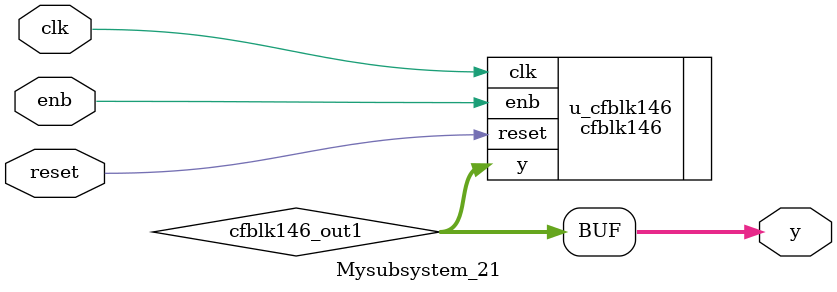
<source format=v>



`timescale 1 ns / 1 ns

module Mysubsystem_21
          (clk,
           reset,
           enb,
           y);


  input   clk;
  input   reset;
  input   enb;
  output  [7:0] y;  // uint8


  wire [7:0] cfblk146_out1;  // uint8


  cfblk146 u_cfblk146 (.clk(clk),
                       .reset(reset),
                       .enb(enb),
                       .y(cfblk146_out1)  // uint8
                       );

  assign y = cfblk146_out1;

endmodule  // Mysubsystem_21


</source>
